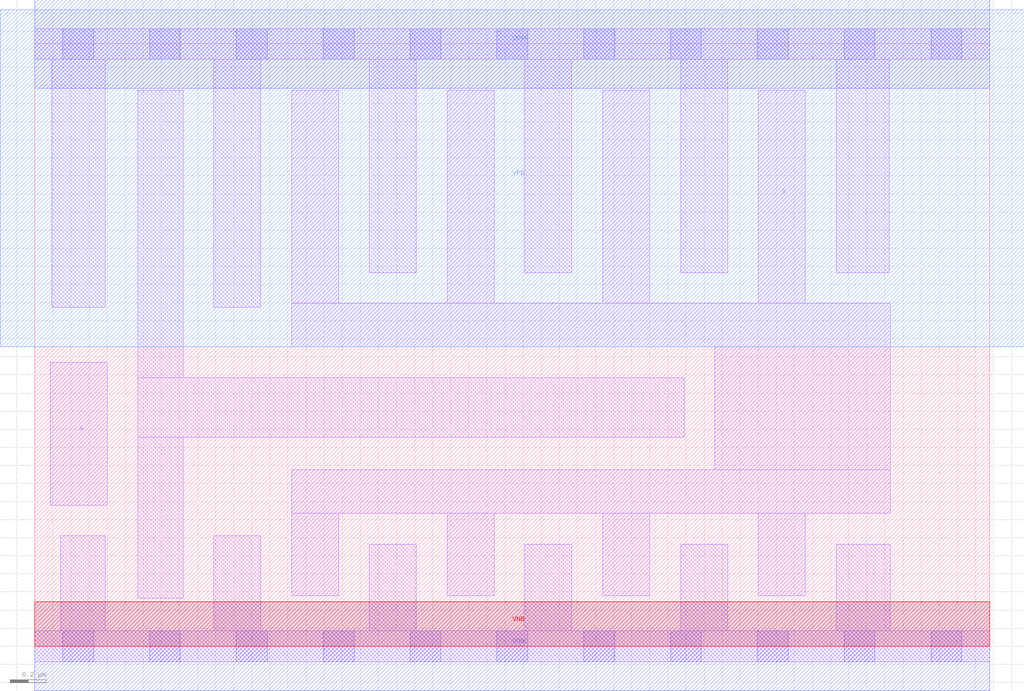
<source format=lef>
# Copyright 2020 The SkyWater PDK Authors
#
# Licensed under the Apache License, Version 2.0 (the "License");
# you may not use this file except in compliance with the License.
# You may obtain a copy of the License at
#
#     https://www.apache.org/licenses/LICENSE-2.0
#
# Unless required by applicable law or agreed to in writing, software
# distributed under the License is distributed on an "AS IS" BASIS,
# WITHOUT WARRANTIES OR CONDITIONS OF ANY KIND, either express or implied.
# See the License for the specific language governing permissions and
# limitations under the License.
#
# SPDX-License-Identifier: Apache-2.0

VERSION 5.7 ;
  NOWIREEXTENSIONATPIN ON ;
  DIVIDERCHAR "/" ;
  BUSBITCHARS "[]" ;
MACRO sky130_fd_sc_lp__clkbuf_8
  CLASS CORE ;
  FOREIGN sky130_fd_sc_lp__clkbuf_8 ;
  ORIGIN  0.000000  0.000000 ;
  SIZE  5.280000 BY  3.330000 ;
  SYMMETRY X Y R90 ;
  SITE unit ;
  PIN A
    ANTENNAGATEAREA  0.504000 ;
    DIRECTION INPUT ;
    USE SIGNAL ;
    PORT
      LAYER li1 ;
        RECT 0.085000 0.780000 0.400000 1.570000 ;
    END
  END A
  PIN X
    ANTENNADIFFAREA  1.881600 ;
    DIRECTION OUTPUT ;
    USE SIGNAL ;
    PORT
      LAYER li1 ;
        RECT 1.420000 0.280000 1.680000 0.735000 ;
        RECT 1.420000 0.735000 4.730000 0.975000 ;
        RECT 1.420000 1.655000 4.730000 1.895000 ;
        RECT 1.420000 1.895000 1.680000 3.075000 ;
        RECT 2.280000 0.280000 2.540000 0.735000 ;
        RECT 2.280000 1.895000 2.540000 3.075000 ;
        RECT 3.140000 0.280000 3.400000 0.735000 ;
        RECT 3.140000 1.895000 3.400000 3.075000 ;
        RECT 3.760000 0.975000 4.730000 1.655000 ;
        RECT 4.000000 0.280000 4.260000 0.735000 ;
        RECT 4.000000 1.895000 4.260000 3.075000 ;
    END
  END X
  PIN VGND
    DIRECTION INOUT ;
    USE GROUND ;
    PORT
      LAYER met1 ;
        RECT 0.000000 -0.245000 5.280000 0.245000 ;
    END
  END VGND
  PIN VNB
    DIRECTION INOUT ;
    USE GROUND ;
    PORT
      LAYER pwell ;
        RECT 0.000000 0.000000 5.280000 0.245000 ;
    END
  END VNB
  PIN VPB
    DIRECTION INOUT ;
    USE POWER ;
    PORT
      LAYER nwell ;
        RECT -0.190000 1.655000 5.470000 3.520000 ;
    END
  END VPB
  PIN VPWR
    DIRECTION INOUT ;
    USE POWER ;
    PORT
      LAYER met1 ;
        RECT 0.000000 3.085000 5.280000 3.575000 ;
    END
  END VPWR
  OBS
    LAYER li1 ;
      RECT 0.000000 -0.085000 5.280000 0.085000 ;
      RECT 0.000000  3.245000 5.280000 3.415000 ;
      RECT 0.095000  1.875000 0.390000 3.245000 ;
      RECT 0.145000  0.085000 0.390000 0.610000 ;
      RECT 0.570000  0.265000 0.820000 1.155000 ;
      RECT 0.570000  1.155000 3.590000 1.485000 ;
      RECT 0.570000  1.485000 0.820000 3.075000 ;
      RECT 0.990000  0.085000 1.250000 0.610000 ;
      RECT 0.990000  1.875000 1.250000 3.245000 ;
      RECT 1.850000  0.085000 2.110000 0.565000 ;
      RECT 1.850000  2.065000 2.110000 3.245000 ;
      RECT 2.710000  0.085000 2.970000 0.565000 ;
      RECT 2.710000  2.065000 2.970000 3.245000 ;
      RECT 3.570000  0.085000 3.830000 0.565000 ;
      RECT 3.570000  2.065000 3.830000 3.245000 ;
      RECT 4.430000  0.085000 4.730000 0.565000 ;
      RECT 4.430000  2.065000 4.725000 3.245000 ;
    LAYER mcon ;
      RECT 0.155000 -0.085000 0.325000 0.085000 ;
      RECT 0.155000  3.245000 0.325000 3.415000 ;
      RECT 0.635000 -0.085000 0.805000 0.085000 ;
      RECT 0.635000  3.245000 0.805000 3.415000 ;
      RECT 1.115000 -0.085000 1.285000 0.085000 ;
      RECT 1.115000  3.245000 1.285000 3.415000 ;
      RECT 1.595000 -0.085000 1.765000 0.085000 ;
      RECT 1.595000  3.245000 1.765000 3.415000 ;
      RECT 2.075000 -0.085000 2.245000 0.085000 ;
      RECT 2.075000  3.245000 2.245000 3.415000 ;
      RECT 2.555000 -0.085000 2.725000 0.085000 ;
      RECT 2.555000  3.245000 2.725000 3.415000 ;
      RECT 3.035000 -0.085000 3.205000 0.085000 ;
      RECT 3.035000  3.245000 3.205000 3.415000 ;
      RECT 3.515000 -0.085000 3.685000 0.085000 ;
      RECT 3.515000  3.245000 3.685000 3.415000 ;
      RECT 3.995000 -0.085000 4.165000 0.085000 ;
      RECT 3.995000  3.245000 4.165000 3.415000 ;
      RECT 4.475000 -0.085000 4.645000 0.085000 ;
      RECT 4.475000  3.245000 4.645000 3.415000 ;
      RECT 4.955000 -0.085000 5.125000 0.085000 ;
      RECT 4.955000  3.245000 5.125000 3.415000 ;
  END
END sky130_fd_sc_lp__clkbuf_8
END LIBRARY

</source>
